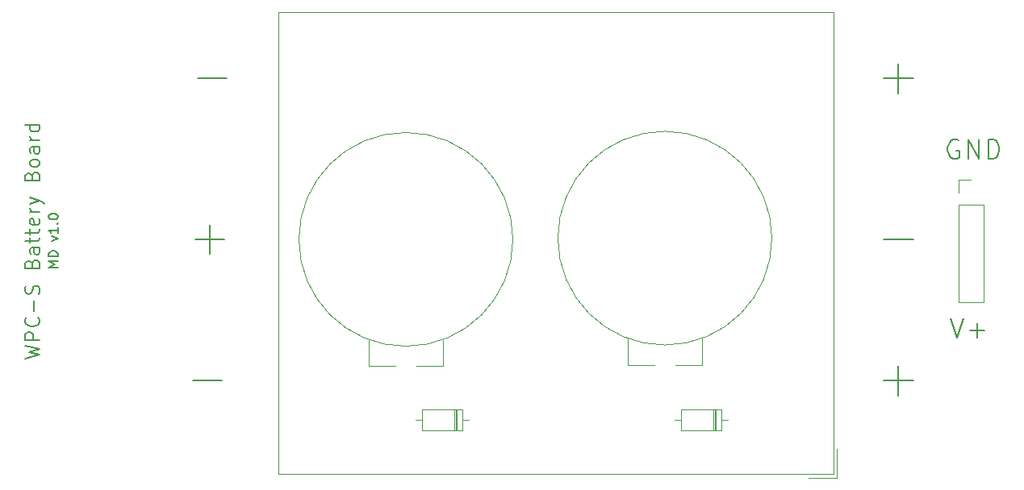
<source format=gto>
G04 #@! TF.GenerationSoftware,KiCad,Pcbnew,5.1.10-88a1d61d58~88~ubuntu20.04.1*
G04 #@! TF.CreationDate,2021-05-25T18:58:43-04:00*
G04 #@! TF.ProjectId,pinball-wpc-battery,70696e62-616c-46c2-9d77-70632d626174,rev?*
G04 #@! TF.SameCoordinates,Original*
G04 #@! TF.FileFunction,Legend,Top*
G04 #@! TF.FilePolarity,Positive*
%FSLAX46Y46*%
G04 Gerber Fmt 4.6, Leading zero omitted, Abs format (unit mm)*
G04 Created by KiCad (PCBNEW 5.1.10-88a1d61d58~88~ubuntu20.04.1) date 2021-05-25 18:58:43*
%MOMM*%
%LPD*%
G01*
G04 APERTURE LIST*
%ADD10C,0.150000*%
%ADD11C,0.120000*%
%ADD12C,0.100000*%
%ADD13O,1.600000X1.600000*%
%ADD14R,1.600000X1.600000*%
%ADD15C,2.500000*%
%ADD16R,2.170000X2.170000*%
%ADD17C,5.000000*%
%ADD18O,1.700000X1.700000*%
%ADD19R,1.700000X1.700000*%
%ADD20C,3.500000*%
%ADD21C,3.000000*%
%ADD22R,3.000000X3.000000*%
G04 APERTURE END LIST*
D10*
X109545380Y-93082714D02*
X108545380Y-93082714D01*
X109259666Y-92749380D01*
X108545380Y-92416047D01*
X109545380Y-92416047D01*
X109545380Y-91939857D02*
X108545380Y-91939857D01*
X108545380Y-91701761D01*
X108593000Y-91558904D01*
X108688238Y-91463666D01*
X108783476Y-91416047D01*
X108973952Y-91368428D01*
X109116809Y-91368428D01*
X109307285Y-91416047D01*
X109402523Y-91463666D01*
X109497761Y-91558904D01*
X109545380Y-91701761D01*
X109545380Y-91939857D01*
X108878714Y-90273190D02*
X109545380Y-90035095D01*
X108878714Y-89797000D01*
X109545380Y-88892238D02*
X109545380Y-89463666D01*
X109545380Y-89177952D02*
X108545380Y-89177952D01*
X108688238Y-89273190D01*
X108783476Y-89368428D01*
X108831095Y-89463666D01*
X109450142Y-88463666D02*
X109497761Y-88416047D01*
X109545380Y-88463666D01*
X109497761Y-88511285D01*
X109450142Y-88463666D01*
X109545380Y-88463666D01*
X108545380Y-87797000D02*
X108545380Y-87701761D01*
X108593000Y-87606523D01*
X108640619Y-87558904D01*
X108735857Y-87511285D01*
X108926333Y-87463666D01*
X109164428Y-87463666D01*
X109354904Y-87511285D01*
X109450142Y-87558904D01*
X109497761Y-87606523D01*
X109545380Y-87701761D01*
X109545380Y-87797000D01*
X109497761Y-87892238D01*
X109450142Y-87939857D01*
X109354904Y-87987476D01*
X109164428Y-88035095D01*
X108926333Y-88035095D01*
X108735857Y-87987476D01*
X108640619Y-87939857D01*
X108593000Y-87892238D01*
X108545380Y-87797000D01*
X106099428Y-102634142D02*
X107623428Y-102271285D01*
X106534857Y-101980999D01*
X107623428Y-101690714D01*
X106099428Y-101327857D01*
X107623428Y-100747285D02*
X106099428Y-100747285D01*
X106099428Y-100166714D01*
X106172000Y-100021571D01*
X106244571Y-99948999D01*
X106389714Y-99876428D01*
X106607428Y-99876428D01*
X106752571Y-99948999D01*
X106825142Y-100021571D01*
X106897714Y-100166714D01*
X106897714Y-100747285D01*
X107478285Y-98352428D02*
X107550857Y-98424999D01*
X107623428Y-98642714D01*
X107623428Y-98787857D01*
X107550857Y-99005571D01*
X107405714Y-99150714D01*
X107260571Y-99223285D01*
X106970285Y-99295857D01*
X106752571Y-99295857D01*
X106462285Y-99223285D01*
X106317142Y-99150714D01*
X106172000Y-99005571D01*
X106099428Y-98787857D01*
X106099428Y-98642714D01*
X106172000Y-98424999D01*
X106244571Y-98352428D01*
X107042857Y-97699285D02*
X107042857Y-96538142D01*
X107550857Y-95884999D02*
X107623428Y-95667285D01*
X107623428Y-95304428D01*
X107550857Y-95159285D01*
X107478285Y-95086714D01*
X107333142Y-95014142D01*
X107188000Y-95014142D01*
X107042857Y-95086714D01*
X106970285Y-95159285D01*
X106897714Y-95304428D01*
X106825142Y-95594714D01*
X106752571Y-95739857D01*
X106680000Y-95812428D01*
X106534857Y-95884999D01*
X106389714Y-95884999D01*
X106244571Y-95812428D01*
X106172000Y-95739857D01*
X106099428Y-95594714D01*
X106099428Y-95231857D01*
X106172000Y-95014142D01*
X106825142Y-92691857D02*
X106897714Y-92474142D01*
X106970285Y-92401571D01*
X107115428Y-92329000D01*
X107333142Y-92329000D01*
X107478285Y-92401571D01*
X107550857Y-92474142D01*
X107623428Y-92619285D01*
X107623428Y-93199857D01*
X106099428Y-93199857D01*
X106099428Y-92691857D01*
X106172000Y-92546714D01*
X106244571Y-92474142D01*
X106389714Y-92401571D01*
X106534857Y-92401571D01*
X106680000Y-92474142D01*
X106752571Y-92546714D01*
X106825142Y-92691857D01*
X106825142Y-93199857D01*
X107623428Y-91022714D02*
X106825142Y-91022714D01*
X106680000Y-91095285D01*
X106607428Y-91240428D01*
X106607428Y-91530714D01*
X106680000Y-91675857D01*
X107550857Y-91022714D02*
X107623428Y-91167857D01*
X107623428Y-91530714D01*
X107550857Y-91675857D01*
X107405714Y-91748428D01*
X107260571Y-91748428D01*
X107115428Y-91675857D01*
X107042857Y-91530714D01*
X107042857Y-91167857D01*
X106970285Y-91022714D01*
X106607428Y-90514714D02*
X106607428Y-89934142D01*
X106099428Y-90296999D02*
X107405714Y-90296999D01*
X107550857Y-90224428D01*
X107623428Y-90079285D01*
X107623428Y-89934142D01*
X106607428Y-89643857D02*
X106607428Y-89063285D01*
X106099428Y-89426142D02*
X107405714Y-89426142D01*
X107550857Y-89353571D01*
X107623428Y-89208428D01*
X107623428Y-89063285D01*
X107550857Y-87974714D02*
X107623428Y-88119857D01*
X107623428Y-88410142D01*
X107550857Y-88555285D01*
X107405714Y-88627857D01*
X106825142Y-88627857D01*
X106680000Y-88555285D01*
X106607428Y-88410142D01*
X106607428Y-88119857D01*
X106680000Y-87974714D01*
X106825142Y-87902142D01*
X106970285Y-87902142D01*
X107115428Y-88627857D01*
X107623428Y-87248999D02*
X106607428Y-87248999D01*
X106897714Y-87248999D02*
X106752571Y-87176428D01*
X106680000Y-87103857D01*
X106607428Y-86958714D01*
X106607428Y-86813571D01*
X106607428Y-86450714D02*
X107623428Y-86087857D01*
X106607428Y-85724999D02*
X107623428Y-86087857D01*
X107986285Y-86232999D01*
X108058857Y-86305571D01*
X108131428Y-86450714D01*
X106825142Y-83475285D02*
X106897714Y-83257571D01*
X106970285Y-83184999D01*
X107115428Y-83112428D01*
X107333142Y-83112428D01*
X107478285Y-83184999D01*
X107550857Y-83257571D01*
X107623428Y-83402714D01*
X107623428Y-83983285D01*
X106099428Y-83983285D01*
X106099428Y-83475285D01*
X106172000Y-83330142D01*
X106244571Y-83257571D01*
X106389714Y-83184999D01*
X106534857Y-83184999D01*
X106680000Y-83257571D01*
X106752571Y-83330142D01*
X106825142Y-83475285D01*
X106825142Y-83983285D01*
X107623428Y-82241571D02*
X107550857Y-82386714D01*
X107478285Y-82459285D01*
X107333142Y-82531857D01*
X106897714Y-82531857D01*
X106752571Y-82459285D01*
X106680000Y-82386714D01*
X106607428Y-82241571D01*
X106607428Y-82023857D01*
X106680000Y-81878714D01*
X106752571Y-81806142D01*
X106897714Y-81733571D01*
X107333142Y-81733571D01*
X107478285Y-81806142D01*
X107550857Y-81878714D01*
X107623428Y-82023857D01*
X107623428Y-82241571D01*
X107623428Y-80427285D02*
X106825142Y-80427285D01*
X106680000Y-80499857D01*
X106607428Y-80645000D01*
X106607428Y-80935285D01*
X106680000Y-81080428D01*
X107550857Y-80427285D02*
X107623428Y-80572428D01*
X107623428Y-80935285D01*
X107550857Y-81080428D01*
X107405714Y-81153000D01*
X107260571Y-81153000D01*
X107115428Y-81080428D01*
X107042857Y-80935285D01*
X107042857Y-80572428D01*
X106970285Y-80427285D01*
X107623428Y-79701571D02*
X106607428Y-79701571D01*
X106897714Y-79701571D02*
X106752571Y-79629000D01*
X106680000Y-79556428D01*
X106607428Y-79411285D01*
X106607428Y-79266142D01*
X107623428Y-78105000D02*
X106099428Y-78105000D01*
X107550857Y-78105000D02*
X107623428Y-78250142D01*
X107623428Y-78540428D01*
X107550857Y-78685571D01*
X107478285Y-78758142D01*
X107333142Y-78830714D01*
X106897714Y-78830714D01*
X106752571Y-78758142D01*
X106680000Y-78685571D01*
X106607428Y-78540428D01*
X106607428Y-78250142D01*
X106680000Y-78105000D01*
X203169761Y-98455238D02*
X203847095Y-100487238D01*
X204524428Y-98455238D01*
X205201761Y-99713142D02*
X206749952Y-99713142D01*
X205975857Y-100487238D02*
X205975857Y-98939047D01*
X204064809Y-79756000D02*
X203871285Y-79659238D01*
X203581000Y-79659238D01*
X203290714Y-79756000D01*
X203097190Y-79949523D01*
X203000428Y-80143047D01*
X202903666Y-80530095D01*
X202903666Y-80820380D01*
X203000428Y-81207428D01*
X203097190Y-81400952D01*
X203290714Y-81594476D01*
X203581000Y-81691238D01*
X203774523Y-81691238D01*
X204064809Y-81594476D01*
X204161571Y-81497714D01*
X204161571Y-80820380D01*
X203774523Y-80820380D01*
X205032428Y-81691238D02*
X205032428Y-79659238D01*
X206193571Y-81691238D01*
X206193571Y-79659238D01*
X207161190Y-81691238D02*
X207161190Y-79659238D01*
X207645000Y-79659238D01*
X207935285Y-79756000D01*
X208128809Y-79949523D01*
X208225571Y-80143047D01*
X208322333Y-80530095D01*
X208322333Y-80820380D01*
X208225571Y-81207428D01*
X208128809Y-81400952D01*
X207935285Y-81594476D01*
X207645000Y-81691238D01*
X207161190Y-81691238D01*
X127278190Y-73242714D02*
X124181809Y-73242714D01*
X127024190Y-90133714D02*
X123927809Y-90133714D01*
X125476000Y-88585523D02*
X125476000Y-91681904D01*
X126770190Y-104992714D02*
X123673809Y-104992714D01*
X199287190Y-73242714D02*
X196190809Y-73242714D01*
X197739000Y-71694523D02*
X197739000Y-74790904D01*
X199287190Y-90133714D02*
X196190809Y-90133714D01*
X199287190Y-104992714D02*
X196190809Y-104992714D01*
X197739000Y-103444523D02*
X197739000Y-106540904D01*
D11*
X179158000Y-110213000D02*
X179158000Y-107973000D01*
X179158000Y-107973000D02*
X174918000Y-107973000D01*
X174918000Y-107973000D02*
X174918000Y-110213000D01*
X174918000Y-110213000D02*
X179158000Y-110213000D01*
X179808000Y-109093000D02*
X179158000Y-109093000D01*
X174268000Y-109093000D02*
X174918000Y-109093000D01*
X178438000Y-110213000D02*
X178438000Y-107973000D01*
X178318000Y-110213000D02*
X178318000Y-107973000D01*
X178558000Y-110213000D02*
X178558000Y-107973000D01*
X151980000Y-110213000D02*
X151980000Y-107973000D01*
X151980000Y-107973000D02*
X147740000Y-107973000D01*
X147740000Y-107973000D02*
X147740000Y-110213000D01*
X147740000Y-110213000D02*
X151980000Y-110213000D01*
X152630000Y-109093000D02*
X151980000Y-109093000D01*
X147090000Y-109093000D02*
X147740000Y-109093000D01*
X151260000Y-110213000D02*
X151260000Y-107973000D01*
X151140000Y-110213000D02*
X151140000Y-107973000D01*
X151380000Y-110213000D02*
X151380000Y-107973000D01*
D12*
X169316400Y-103327200D02*
X172161200Y-103327200D01*
X177139600Y-103327200D02*
X174294800Y-103327200D01*
X169316400Y-100584000D02*
X169316400Y-103327200D01*
X177139600Y-100584000D02*
X177139600Y-103327200D01*
X184454800Y-90017600D02*
G75*
G03*
X184454800Y-90017600I-11226800J0D01*
G01*
X142138400Y-103454200D02*
X144983200Y-103454200D01*
X149961600Y-103454200D02*
X147116800Y-103454200D01*
X142138400Y-100711000D02*
X142138400Y-103454200D01*
X149961600Y-100711000D02*
X149961600Y-103454200D01*
X157276800Y-90144600D02*
G75*
G03*
X157276800Y-90144600I-11226800J0D01*
G01*
D11*
X204029000Y-83887000D02*
X205359000Y-83887000D01*
X204029000Y-85217000D02*
X204029000Y-83887000D01*
X204029000Y-86487000D02*
X206689000Y-86487000D01*
X206689000Y-86487000D02*
X206689000Y-96707000D01*
X204029000Y-86487000D02*
X204029000Y-96707000D01*
X204029000Y-96707000D02*
X206689000Y-96707000D01*
X190888000Y-114807000D02*
X190888000Y-66267000D01*
X190888000Y-66267000D02*
X132648000Y-66267000D01*
X132648000Y-114807000D02*
X132648000Y-66267000D01*
X190888000Y-114807000D02*
X132648000Y-114807000D01*
X191268000Y-115187000D02*
X188268000Y-115187000D01*
X191268000Y-112187000D02*
X191268000Y-115187000D01*
%LPC*%
D13*
X173228000Y-109093000D03*
D14*
X180848000Y-109093000D03*
D13*
X146050000Y-109093000D03*
D14*
X153670000Y-109093000D03*
D15*
X173228000Y-102550000D03*
D16*
X173228000Y-82550000D03*
D15*
X146050000Y-102677000D03*
D16*
X146050000Y-82677000D03*
D17*
X219868750Y-112712500D03*
X219868750Y-68262500D03*
X106362500Y-112712500D03*
X106362500Y-68262500D03*
D18*
X205359000Y-95377000D03*
X205359000Y-92837000D03*
X205359000Y-90297000D03*
X205359000Y-87757000D03*
D19*
X205359000Y-85217000D03*
D20*
X161768000Y-75537000D03*
X161768000Y-105537000D03*
D21*
X188468000Y-92737000D03*
D22*
X188468000Y-105537000D03*
M02*

</source>
